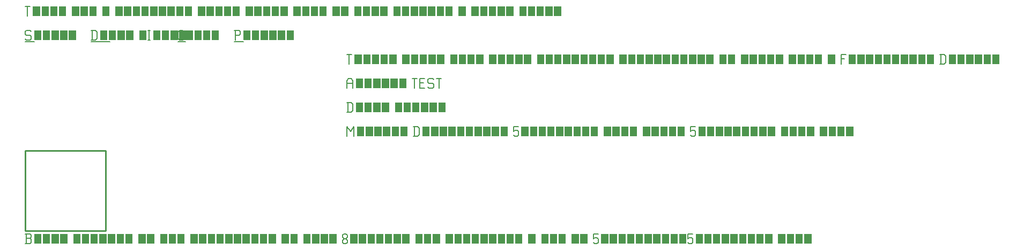
<source format=gbr>
G04 start of page 2 for group -1 layer_idx 268435461 *
G04 Title: space (and other dangerous characters) in layer name, <virtual group> *
G04 Creator: <version>
G04 CreationDate: <date>
G04 For: TEST *
G04 Format: Gerber/RS-274X *
G04 PCB-Dimensions: 50000 50000 *
G04 PCB-Coordinate-Origin: lower left *
%MOIN*%
%FSLAX25Y25*%
%LNLOGICAL_VIRTUAL_FAB_NONE*%
%ADD13C,0.0100*%
%ADD12C,0.0001*%
%ADD11C,0.0060*%
G54D11*X3000Y125000D02*X3750Y124250D01*
X750Y125000D02*X3000D01*
X0Y124250D02*X750Y125000D01*
X0Y124250D02*Y122750D01*
X750Y122000D01*
X3000D01*
X3750Y121250D01*
Y119750D01*
X3000Y119000D02*X3750Y119750D01*
X750Y119000D02*X3000D01*
X0Y119750D02*X750Y119000D01*
G54D12*G36*
X5550Y125000D02*X10050D01*
Y119000D01*
X5550D01*
Y125000D01*
G37*
G36*
X10950D02*X15450D01*
Y119000D01*
X10950D01*
Y125000D01*
G37*
G36*
X16350D02*X20850D01*
Y119000D01*
X16350D01*
Y125000D01*
G37*
G36*
X21750D02*X26250D01*
Y119000D01*
X21750D01*
Y125000D01*
G37*
G36*
X27150D02*X31650D01*
Y119000D01*
X27150D01*
Y125000D01*
G37*
G54D11*X0Y118000D02*X5550D01*
X41750Y125000D02*Y119000D01*
X43700Y125000D02*X44750Y123950D01*
Y120050D01*
X43700Y119000D02*X44750Y120050D01*
X41000Y119000D02*X43700D01*
X41000Y125000D02*X43700D01*
G54D12*G36*
X46550D02*X51050D01*
Y119000D01*
X46550D01*
Y125000D01*
G37*
G36*
X51950D02*X56450D01*
Y119000D01*
X51950D01*
Y125000D01*
G37*
G36*
X57350D02*X61850D01*
Y119000D01*
X57350D01*
Y125000D01*
G37*
G36*
X62750D02*X67250D01*
Y119000D01*
X62750D01*
Y125000D01*
G37*
G36*
X70850D02*X75350D01*
Y119000D01*
X70850D01*
Y125000D01*
G37*
G54D11*X76250D02*X77750D01*
X77000D02*Y119000D01*
X76250D02*X77750D01*
G54D12*G36*
X79550Y125000D02*X84050D01*
Y119000D01*
X79550D01*
Y125000D01*
G37*
G36*
X84950D02*X89450D01*
Y119000D01*
X84950D01*
Y125000D01*
G37*
G36*
X90350D02*X94850D01*
Y119000D01*
X90350D01*
Y125000D01*
G37*
G36*
X95750D02*X100250D01*
Y119000D01*
X95750D01*
Y125000D01*
G37*
G54D11*X41000Y118000D02*X52550D01*
X96050Y119000D02*X98000D01*
X95000Y120050D02*X96050Y119000D01*
X95000Y123950D02*Y120050D01*
Y123950D02*X96050Y125000D01*
X98000D01*
G54D12*G36*
X99800D02*X104300D01*
Y119000D01*
X99800D01*
Y125000D01*
G37*
G36*
X105200D02*X109700D01*
Y119000D01*
X105200D01*
Y125000D01*
G37*
G36*
X110600D02*X115100D01*
Y119000D01*
X110600D01*
Y125000D01*
G37*
G36*
X116000D02*X120500D01*
Y119000D01*
X116000D01*
Y125000D01*
G37*
G54D11*X95000Y118000D02*X99800D01*
X130750Y125000D02*Y119000D01*
X130000Y125000D02*X133000D01*
X133750Y124250D01*
Y122750D01*
X133000Y122000D02*X133750Y122750D01*
X130750Y122000D02*X133000D01*
G54D12*G36*
X135550Y125000D02*X140050D01*
Y119000D01*
X135550D01*
Y125000D01*
G37*
G36*
X140950D02*X145450D01*
Y119000D01*
X140950D01*
Y125000D01*
G37*
G36*
X146350D02*X150850D01*
Y119000D01*
X146350D01*
Y125000D01*
G37*
G36*
X151750D02*X156250D01*
Y119000D01*
X151750D01*
Y125000D01*
G37*
G36*
X157150D02*X161650D01*
Y119000D01*
X157150D01*
Y125000D01*
G37*
G36*
X162550D02*X167050D01*
Y119000D01*
X162550D01*
Y125000D01*
G37*
G54D11*X130000Y118000D02*X135550D01*
X0Y140000D02*X3000D01*
X1500D02*Y134000D01*
G54D12*G36*
X4800Y140000D02*X9300D01*
Y134000D01*
X4800D01*
Y140000D01*
G37*
G36*
X10200D02*X14700D01*
Y134000D01*
X10200D01*
Y140000D01*
G37*
G36*
X15600D02*X20100D01*
Y134000D01*
X15600D01*
Y140000D01*
G37*
G36*
X21000D02*X25500D01*
Y134000D01*
X21000D01*
Y140000D01*
G37*
G36*
X29100D02*X33600D01*
Y134000D01*
X29100D01*
Y140000D01*
G37*
G36*
X34500D02*X39000D01*
Y134000D01*
X34500D01*
Y140000D01*
G37*
G36*
X39900D02*X44400D01*
Y134000D01*
X39900D01*
Y140000D01*
G37*
G36*
X48000D02*X52500D01*
Y134000D01*
X48000D01*
Y140000D01*
G37*
G36*
X56100D02*X60600D01*
Y134000D01*
X56100D01*
Y140000D01*
G37*
G36*
X61500D02*X66000D01*
Y134000D01*
X61500D01*
Y140000D01*
G37*
G36*
X66900D02*X71400D01*
Y134000D01*
X66900D01*
Y140000D01*
G37*
G36*
X72300D02*X76800D01*
Y134000D01*
X72300D01*
Y140000D01*
G37*
G36*
X77700D02*X82200D01*
Y134000D01*
X77700D01*
Y140000D01*
G37*
G36*
X83100D02*X87600D01*
Y134000D01*
X83100D01*
Y140000D01*
G37*
G36*
X88500D02*X93000D01*
Y134000D01*
X88500D01*
Y140000D01*
G37*
G36*
X93900D02*X98400D01*
Y134000D01*
X93900D01*
Y140000D01*
G37*
G36*
X99300D02*X103800D01*
Y134000D01*
X99300D01*
Y140000D01*
G37*
G36*
X107400D02*X111900D01*
Y134000D01*
X107400D01*
Y140000D01*
G37*
G36*
X112800D02*X117300D01*
Y134000D01*
X112800D01*
Y140000D01*
G37*
G36*
X118200D02*X122700D01*
Y134000D01*
X118200D01*
Y140000D01*
G37*
G36*
X123600D02*X128100D01*
Y134000D01*
X123600D01*
Y140000D01*
G37*
G36*
X129000D02*X133500D01*
Y134000D01*
X129000D01*
Y140000D01*
G37*
G36*
X137100D02*X141600D01*
Y134000D01*
X137100D01*
Y140000D01*
G37*
G36*
X142500D02*X147000D01*
Y134000D01*
X142500D01*
Y140000D01*
G37*
G36*
X147900D02*X152400D01*
Y134000D01*
X147900D01*
Y140000D01*
G37*
G36*
X153300D02*X157800D01*
Y134000D01*
X153300D01*
Y140000D01*
G37*
G36*
X158700D02*X163200D01*
Y134000D01*
X158700D01*
Y140000D01*
G37*
G36*
X166800D02*X171300D01*
Y134000D01*
X166800D01*
Y140000D01*
G37*
G36*
X172200D02*X176700D01*
Y134000D01*
X172200D01*
Y140000D01*
G37*
G36*
X177600D02*X182100D01*
Y134000D01*
X177600D01*
Y140000D01*
G37*
G36*
X183000D02*X187500D01*
Y134000D01*
X183000D01*
Y140000D01*
G37*
G36*
X191100D02*X195600D01*
Y134000D01*
X191100D01*
Y140000D01*
G37*
G36*
X196500D02*X201000D01*
Y134000D01*
X196500D01*
Y140000D01*
G37*
G36*
X204600D02*X209100D01*
Y134000D01*
X204600D01*
Y140000D01*
G37*
G36*
X210000D02*X214500D01*
Y134000D01*
X210000D01*
Y140000D01*
G37*
G36*
X215400D02*X219900D01*
Y134000D01*
X215400D01*
Y140000D01*
G37*
G36*
X220800D02*X225300D01*
Y134000D01*
X220800D01*
Y140000D01*
G37*
G36*
X228900D02*X233400D01*
Y134000D01*
X228900D01*
Y140000D01*
G37*
G36*
X234300D02*X238800D01*
Y134000D01*
X234300D01*
Y140000D01*
G37*
G36*
X239700D02*X244200D01*
Y134000D01*
X239700D01*
Y140000D01*
G37*
G36*
X245100D02*X249600D01*
Y134000D01*
X245100D01*
Y140000D01*
G37*
G36*
X250500D02*X255000D01*
Y134000D01*
X250500D01*
Y140000D01*
G37*
G36*
X255900D02*X260400D01*
Y134000D01*
X255900D01*
Y140000D01*
G37*
G36*
X261300D02*X265800D01*
Y134000D01*
X261300D01*
Y140000D01*
G37*
G36*
X269400D02*X273900D01*
Y134000D01*
X269400D01*
Y140000D01*
G37*
G36*
X277500D02*X282000D01*
Y134000D01*
X277500D01*
Y140000D01*
G37*
G36*
X282900D02*X287400D01*
Y134000D01*
X282900D01*
Y140000D01*
G37*
G36*
X288300D02*X292800D01*
Y134000D01*
X288300D01*
Y140000D01*
G37*
G36*
X293700D02*X298200D01*
Y134000D01*
X293700D01*
Y140000D01*
G37*
G36*
X299100D02*X303600D01*
Y134000D01*
X299100D01*
Y140000D01*
G37*
G36*
X307200D02*X311700D01*
Y134000D01*
X307200D01*
Y140000D01*
G37*
G36*
X312600D02*X317100D01*
Y134000D01*
X312600D01*
Y140000D01*
G37*
G36*
X318000D02*X322500D01*
Y134000D01*
X318000D01*
Y140000D01*
G37*
G36*
X323400D02*X327900D01*
Y134000D01*
X323400D01*
Y140000D01*
G37*
G36*
X328800D02*X333300D01*
Y134000D01*
X328800D01*
Y140000D01*
G37*
G54D13*X0Y50000D02*X50000D01*
X0D02*Y0D01*
X50000Y50000D02*Y0D01*
X0D02*X50000D01*
G54D11*X200000Y65000D02*Y59000D01*
Y65000D02*X202250Y62000D01*
X204500Y65000D01*
Y59000D01*
G54D12*G36*
X206300Y65000D02*X210800D01*
Y59000D01*
X206300D01*
Y65000D01*
G37*
G36*
X211700D02*X216200D01*
Y59000D01*
X211700D01*
Y65000D01*
G37*
G36*
X217100D02*X221600D01*
Y59000D01*
X217100D01*
Y65000D01*
G37*
G36*
X222500D02*X227000D01*
Y59000D01*
X222500D01*
Y65000D01*
G37*
G36*
X227900D02*X232400D01*
Y59000D01*
X227900D01*
Y65000D01*
G37*
G36*
X233300D02*X237800D01*
Y59000D01*
X233300D01*
Y65000D01*
G37*
G54D11*X242150D02*Y59000D01*
X244100Y65000D02*X245150Y63950D01*
Y60050D01*
X244100Y59000D02*X245150Y60050D01*
X241400Y59000D02*X244100D01*
X241400Y65000D02*X244100D01*
G54D12*G36*
X246950D02*X251450D01*
Y59000D01*
X246950D01*
Y65000D01*
G37*
G36*
X252350D02*X256850D01*
Y59000D01*
X252350D01*
Y65000D01*
G37*
G36*
X257750D02*X262250D01*
Y59000D01*
X257750D01*
Y65000D01*
G37*
G36*
X263150D02*X267650D01*
Y59000D01*
X263150D01*
Y65000D01*
G37*
G36*
X268550D02*X273050D01*
Y59000D01*
X268550D01*
Y65000D01*
G37*
G36*
X273950D02*X278450D01*
Y59000D01*
X273950D01*
Y65000D01*
G37*
G36*
X279350D02*X283850D01*
Y59000D01*
X279350D01*
Y65000D01*
G37*
G36*
X284750D02*X289250D01*
Y59000D01*
X284750D01*
Y65000D01*
G37*
G36*
X290150D02*X294650D01*
Y59000D01*
X290150D01*
Y65000D01*
G37*
G36*
X295550D02*X300050D01*
Y59000D01*
X295550D01*
Y65000D01*
G37*
G54D11*X303650D02*X306650D01*
X303650D02*Y62000D01*
X304400Y62750D01*
X305900D01*
X306650Y62000D01*
Y59750D01*
X305900Y59000D02*X306650Y59750D01*
X304400Y59000D02*X305900D01*
X303650Y59750D02*X304400Y59000D01*
G54D12*G36*
X308450Y65000D02*X312950D01*
Y59000D01*
X308450D01*
Y65000D01*
G37*
G36*
X313850D02*X318350D01*
Y59000D01*
X313850D01*
Y65000D01*
G37*
G36*
X319250D02*X323750D01*
Y59000D01*
X319250D01*
Y65000D01*
G37*
G36*
X324650D02*X329150D01*
Y59000D01*
X324650D01*
Y65000D01*
G37*
G36*
X330050D02*X334550D01*
Y59000D01*
X330050D01*
Y65000D01*
G37*
G36*
X335450D02*X339950D01*
Y59000D01*
X335450D01*
Y65000D01*
G37*
G36*
X340850D02*X345350D01*
Y59000D01*
X340850D01*
Y65000D01*
G37*
G36*
X346250D02*X350750D01*
Y59000D01*
X346250D01*
Y65000D01*
G37*
G36*
X351650D02*X356150D01*
Y59000D01*
X351650D01*
Y65000D01*
G37*
G36*
X359750D02*X364250D01*
Y59000D01*
X359750D01*
Y65000D01*
G37*
G36*
X365150D02*X369650D01*
Y59000D01*
X365150D01*
Y65000D01*
G37*
G36*
X370550D02*X375050D01*
Y59000D01*
X370550D01*
Y65000D01*
G37*
G36*
X375950D02*X380450D01*
Y59000D01*
X375950D01*
Y65000D01*
G37*
G36*
X384050D02*X388550D01*
Y59000D01*
X384050D01*
Y65000D01*
G37*
G36*
X389450D02*X393950D01*
Y59000D01*
X389450D01*
Y65000D01*
G37*
G36*
X394850D02*X399350D01*
Y59000D01*
X394850D01*
Y65000D01*
G37*
G36*
X400250D02*X404750D01*
Y59000D01*
X400250D01*
Y65000D01*
G37*
G36*
X405650D02*X410150D01*
Y59000D01*
X405650D01*
Y65000D01*
G37*
G54D11*X413750D02*X416750D01*
X413750D02*Y62000D01*
X414500Y62750D01*
X416000D01*
X416750Y62000D01*
Y59750D01*
X416000Y59000D02*X416750Y59750D01*
X414500Y59000D02*X416000D01*
X413750Y59750D02*X414500Y59000D01*
G54D12*G36*
X418550Y65000D02*X423050D01*
Y59000D01*
X418550D01*
Y65000D01*
G37*
G36*
X423950D02*X428450D01*
Y59000D01*
X423950D01*
Y65000D01*
G37*
G36*
X429350D02*X433850D01*
Y59000D01*
X429350D01*
Y65000D01*
G37*
G36*
X434750D02*X439250D01*
Y59000D01*
X434750D01*
Y65000D01*
G37*
G36*
X440150D02*X444650D01*
Y59000D01*
X440150D01*
Y65000D01*
G37*
G36*
X445550D02*X450050D01*
Y59000D01*
X445550D01*
Y65000D01*
G37*
G36*
X450950D02*X455450D01*
Y59000D01*
X450950D01*
Y65000D01*
G37*
G36*
X456350D02*X460850D01*
Y59000D01*
X456350D01*
Y65000D01*
G37*
G36*
X461750D02*X466250D01*
Y59000D01*
X461750D01*
Y65000D01*
G37*
G36*
X469850D02*X474350D01*
Y59000D01*
X469850D01*
Y65000D01*
G37*
G36*
X475250D02*X479750D01*
Y59000D01*
X475250D01*
Y65000D01*
G37*
G36*
X480650D02*X485150D01*
Y59000D01*
X480650D01*
Y65000D01*
G37*
G36*
X486050D02*X490550D01*
Y59000D01*
X486050D01*
Y65000D01*
G37*
G36*
X494150D02*X498650D01*
Y59000D01*
X494150D01*
Y65000D01*
G37*
G36*
X499550D02*X504050D01*
Y59000D01*
X499550D01*
Y65000D01*
G37*
G36*
X504950D02*X509450D01*
Y59000D01*
X504950D01*
Y65000D01*
G37*
G36*
X510350D02*X514850D01*
Y59000D01*
X510350D01*
Y65000D01*
G37*
G54D11*X0Y-8000D02*X3000D01*
X3750Y-7250D01*
Y-5450D02*Y-7250D01*
X3000Y-4700D02*X3750Y-5450D01*
X750Y-4700D02*X3000D01*
X750Y-2000D02*Y-8000D01*
X0Y-2000D02*X3000D01*
X3750Y-2750D01*
Y-3950D01*
X3000Y-4700D02*X3750Y-3950D01*
G54D12*G36*
X5550Y-2000D02*X10050D01*
Y-8000D01*
X5550D01*
Y-2000D01*
G37*
G36*
X10950D02*X15450D01*
Y-8000D01*
X10950D01*
Y-2000D01*
G37*
G36*
X16350D02*X20850D01*
Y-8000D01*
X16350D01*
Y-2000D01*
G37*
G36*
X21750D02*X26250D01*
Y-8000D01*
X21750D01*
Y-2000D01*
G37*
G36*
X29850D02*X34350D01*
Y-8000D01*
X29850D01*
Y-2000D01*
G37*
G36*
X35250D02*X39750D01*
Y-8000D01*
X35250D01*
Y-2000D01*
G37*
G36*
X40650D02*X45150D01*
Y-8000D01*
X40650D01*
Y-2000D01*
G37*
G36*
X46050D02*X50550D01*
Y-8000D01*
X46050D01*
Y-2000D01*
G37*
G36*
X51450D02*X55950D01*
Y-8000D01*
X51450D01*
Y-2000D01*
G37*
G36*
X56850D02*X61350D01*
Y-8000D01*
X56850D01*
Y-2000D01*
G37*
G36*
X62250D02*X66750D01*
Y-8000D01*
X62250D01*
Y-2000D01*
G37*
G36*
X70350D02*X74850D01*
Y-8000D01*
X70350D01*
Y-2000D01*
G37*
G36*
X75750D02*X80250D01*
Y-8000D01*
X75750D01*
Y-2000D01*
G37*
G36*
X83850D02*X88350D01*
Y-8000D01*
X83850D01*
Y-2000D01*
G37*
G36*
X89250D02*X93750D01*
Y-8000D01*
X89250D01*
Y-2000D01*
G37*
G36*
X94650D02*X99150D01*
Y-8000D01*
X94650D01*
Y-2000D01*
G37*
G36*
X102750D02*X107250D01*
Y-8000D01*
X102750D01*
Y-2000D01*
G37*
G36*
X108150D02*X112650D01*
Y-8000D01*
X108150D01*
Y-2000D01*
G37*
G36*
X113550D02*X118050D01*
Y-8000D01*
X113550D01*
Y-2000D01*
G37*
G36*
X118950D02*X123450D01*
Y-8000D01*
X118950D01*
Y-2000D01*
G37*
G36*
X124350D02*X128850D01*
Y-8000D01*
X124350D01*
Y-2000D01*
G37*
G36*
X129750D02*X134250D01*
Y-8000D01*
X129750D01*
Y-2000D01*
G37*
G36*
X135150D02*X139650D01*
Y-8000D01*
X135150D01*
Y-2000D01*
G37*
G36*
X140550D02*X145050D01*
Y-8000D01*
X140550D01*
Y-2000D01*
G37*
G36*
X145950D02*X150450D01*
Y-8000D01*
X145950D01*
Y-2000D01*
G37*
G36*
X151350D02*X155850D01*
Y-8000D01*
X151350D01*
Y-2000D01*
G37*
G36*
X159450D02*X163950D01*
Y-8000D01*
X159450D01*
Y-2000D01*
G37*
G36*
X164850D02*X169350D01*
Y-8000D01*
X164850D01*
Y-2000D01*
G37*
G36*
X172950D02*X177450D01*
Y-8000D01*
X172950D01*
Y-2000D01*
G37*
G36*
X178350D02*X182850D01*
Y-8000D01*
X178350D01*
Y-2000D01*
G37*
G36*
X183750D02*X188250D01*
Y-8000D01*
X183750D01*
Y-2000D01*
G37*
G36*
X189150D02*X193650D01*
Y-8000D01*
X189150D01*
Y-2000D01*
G37*
G54D11*X197250Y-7250D02*X198000Y-8000D01*
X197250Y-6050D02*Y-7250D01*
Y-6050D02*X198300Y-5000D01*
X199200D01*
X200250Y-6050D01*
Y-7250D01*
X199500Y-8000D02*X200250Y-7250D01*
X198000Y-8000D02*X199500D01*
X197250Y-3950D02*X198300Y-5000D01*
X197250Y-2750D02*Y-3950D01*
Y-2750D02*X198000Y-2000D01*
X199500D01*
X200250Y-2750D01*
Y-3950D01*
X199200Y-5000D02*X200250Y-3950D01*
G54D12*G36*
X202050Y-2000D02*X206550D01*
Y-8000D01*
X202050D01*
Y-2000D01*
G37*
G36*
X207450D02*X211950D01*
Y-8000D01*
X207450D01*
Y-2000D01*
G37*
G36*
X212850D02*X217350D01*
Y-8000D01*
X212850D01*
Y-2000D01*
G37*
G36*
X218250D02*X222750D01*
Y-8000D01*
X218250D01*
Y-2000D01*
G37*
G36*
X223650D02*X228150D01*
Y-8000D01*
X223650D01*
Y-2000D01*
G37*
G36*
X229050D02*X233550D01*
Y-8000D01*
X229050D01*
Y-2000D01*
G37*
G36*
X234450D02*X238950D01*
Y-8000D01*
X234450D01*
Y-2000D01*
G37*
G36*
X242550D02*X247050D01*
Y-8000D01*
X242550D01*
Y-2000D01*
G37*
G36*
X247950D02*X252450D01*
Y-8000D01*
X247950D01*
Y-2000D01*
G37*
G36*
X253350D02*X257850D01*
Y-8000D01*
X253350D01*
Y-2000D01*
G37*
G36*
X261450D02*X265950D01*
Y-8000D01*
X261450D01*
Y-2000D01*
G37*
G36*
X266850D02*X271350D01*
Y-8000D01*
X266850D01*
Y-2000D01*
G37*
G36*
X272250D02*X276750D01*
Y-8000D01*
X272250D01*
Y-2000D01*
G37*
G36*
X277650D02*X282150D01*
Y-8000D01*
X277650D01*
Y-2000D01*
G37*
G36*
X283050D02*X287550D01*
Y-8000D01*
X283050D01*
Y-2000D01*
G37*
G36*
X288450D02*X292950D01*
Y-8000D01*
X288450D01*
Y-2000D01*
G37*
G36*
X293850D02*X298350D01*
Y-8000D01*
X293850D01*
Y-2000D01*
G37*
G36*
X299250D02*X303750D01*
Y-8000D01*
X299250D01*
Y-2000D01*
G37*
G36*
X304650D02*X309150D01*
Y-8000D01*
X304650D01*
Y-2000D01*
G37*
G36*
X312750D02*X317250D01*
Y-8000D01*
X312750D01*
Y-2000D01*
G37*
G36*
X320850D02*X325350D01*
Y-8000D01*
X320850D01*
Y-2000D01*
G37*
G36*
X326250D02*X330750D01*
Y-8000D01*
X326250D01*
Y-2000D01*
G37*
G36*
X331650D02*X336150D01*
Y-8000D01*
X331650D01*
Y-2000D01*
G37*
G36*
X339750D02*X344250D01*
Y-8000D01*
X339750D01*
Y-2000D01*
G37*
G36*
X345150D02*X349650D01*
Y-8000D01*
X345150D01*
Y-2000D01*
G37*
G54D11*X353250D02*X356250D01*
X353250D02*Y-5000D01*
X354000Y-4250D01*
X355500D01*
X356250Y-5000D01*
Y-7250D01*
X355500Y-8000D02*X356250Y-7250D01*
X354000Y-8000D02*X355500D01*
X353250Y-7250D02*X354000Y-8000D01*
G54D12*G36*
X358050Y-2000D02*X362550D01*
Y-8000D01*
X358050D01*
Y-2000D01*
G37*
G36*
X363450D02*X367950D01*
Y-8000D01*
X363450D01*
Y-2000D01*
G37*
G36*
X368850D02*X373350D01*
Y-8000D01*
X368850D01*
Y-2000D01*
G37*
G36*
X374250D02*X378750D01*
Y-8000D01*
X374250D01*
Y-2000D01*
G37*
G36*
X379650D02*X384150D01*
Y-8000D01*
X379650D01*
Y-2000D01*
G37*
G36*
X385050D02*X389550D01*
Y-8000D01*
X385050D01*
Y-2000D01*
G37*
G36*
X390450D02*X394950D01*
Y-8000D01*
X390450D01*
Y-2000D01*
G37*
G36*
X395850D02*X400350D01*
Y-8000D01*
X395850D01*
Y-2000D01*
G37*
G36*
X401250D02*X405750D01*
Y-8000D01*
X401250D01*
Y-2000D01*
G37*
G36*
X406650D02*X411150D01*
Y-8000D01*
X406650D01*
Y-2000D01*
G37*
G54D11*X412050D02*X415050D01*
X412050D02*Y-5000D01*
X412800Y-4250D01*
X414300D01*
X415050Y-5000D01*
Y-7250D01*
X414300Y-8000D02*X415050Y-7250D01*
X412800Y-8000D02*X414300D01*
X412050Y-7250D02*X412800Y-8000D01*
G54D12*G36*
X416850Y-2000D02*X421350D01*
Y-8000D01*
X416850D01*
Y-2000D01*
G37*
G36*
X422250D02*X426750D01*
Y-8000D01*
X422250D01*
Y-2000D01*
G37*
G36*
X427650D02*X432150D01*
Y-8000D01*
X427650D01*
Y-2000D01*
G37*
G36*
X433050D02*X437550D01*
Y-8000D01*
X433050D01*
Y-2000D01*
G37*
G36*
X438450D02*X442950D01*
Y-8000D01*
X438450D01*
Y-2000D01*
G37*
G36*
X443850D02*X448350D01*
Y-8000D01*
X443850D01*
Y-2000D01*
G37*
G36*
X449250D02*X453750D01*
Y-8000D01*
X449250D01*
Y-2000D01*
G37*
G36*
X454650D02*X459150D01*
Y-8000D01*
X454650D01*
Y-2000D01*
G37*
G36*
X460050D02*X464550D01*
Y-8000D01*
X460050D01*
Y-2000D01*
G37*
G36*
X468150D02*X472650D01*
Y-8000D01*
X468150D01*
Y-2000D01*
G37*
G36*
X473550D02*X478050D01*
Y-8000D01*
X473550D01*
Y-2000D01*
G37*
G36*
X478950D02*X483450D01*
Y-8000D01*
X478950D01*
Y-2000D01*
G37*
G36*
X484350D02*X488850D01*
Y-8000D01*
X484350D01*
Y-2000D01*
G37*
G54D11*X200750Y80000D02*Y74000D01*
X202700Y80000D02*X203750Y78950D01*
Y75050D01*
X202700Y74000D02*X203750Y75050D01*
X200000Y74000D02*X202700D01*
X200000Y80000D02*X202700D01*
G54D12*G36*
X205550D02*X210050D01*
Y74000D01*
X205550D01*
Y80000D01*
G37*
G36*
X210950D02*X215450D01*
Y74000D01*
X210950D01*
Y80000D01*
G37*
G36*
X216350D02*X220850D01*
Y74000D01*
X216350D01*
Y80000D01*
G37*
G36*
X221750D02*X226250D01*
Y74000D01*
X221750D01*
Y80000D01*
G37*
G36*
X229850D02*X234350D01*
Y74000D01*
X229850D01*
Y80000D01*
G37*
G36*
X235250D02*X239750D01*
Y74000D01*
X235250D01*
Y80000D01*
G37*
G36*
X240650D02*X245150D01*
Y74000D01*
X240650D01*
Y80000D01*
G37*
G36*
X246050D02*X250550D01*
Y74000D01*
X246050D01*
Y80000D01*
G37*
G36*
X251450D02*X255950D01*
Y74000D01*
X251450D01*
Y80000D01*
G37*
G36*
X256850D02*X261350D01*
Y74000D01*
X256850D01*
Y80000D01*
G37*
G54D11*X200000Y93500D02*Y89000D01*
Y93500D02*X201050Y95000D01*
X202700D01*
X203750Y93500D01*
Y89000D01*
X200000Y92000D02*X203750D01*
G54D12*G36*
X205550Y95000D02*X210050D01*
Y89000D01*
X205550D01*
Y95000D01*
G37*
G36*
X210950D02*X215450D01*
Y89000D01*
X210950D01*
Y95000D01*
G37*
G36*
X216350D02*X220850D01*
Y89000D01*
X216350D01*
Y95000D01*
G37*
G36*
X221750D02*X226250D01*
Y89000D01*
X221750D01*
Y95000D01*
G37*
G36*
X227150D02*X231650D01*
Y89000D01*
X227150D01*
Y95000D01*
G37*
G36*
X232550D02*X237050D01*
Y89000D01*
X232550D01*
Y95000D01*
G37*
G54D11*X240650D02*X243650D01*
X242150D02*Y89000D01*
X245450Y92300D02*X247700D01*
X245450Y89000D02*X248450D01*
X245450Y95000D02*Y89000D01*
Y95000D02*X248450D01*
X253250D02*X254000Y94250D01*
X251000Y95000D02*X253250D01*
X250250Y94250D02*X251000Y95000D01*
X250250Y94250D02*Y92750D01*
X251000Y92000D01*
X253250D01*
X254000Y91250D01*
Y89750D01*
X253250Y89000D02*X254000Y89750D01*
X251000Y89000D02*X253250D01*
X250250Y89750D02*X251000Y89000D01*
X255800Y95000D02*X258800D01*
X257300D02*Y89000D01*
X200000Y110000D02*X203000D01*
X201500D02*Y104000D01*
G54D12*G36*
X204800Y110000D02*X209300D01*
Y104000D01*
X204800D01*
Y110000D01*
G37*
G36*
X210200D02*X214700D01*
Y104000D01*
X210200D01*
Y110000D01*
G37*
G36*
X215600D02*X220100D01*
Y104000D01*
X215600D01*
Y110000D01*
G37*
G36*
X221000D02*X225500D01*
Y104000D01*
X221000D01*
Y110000D01*
G37*
G36*
X226400D02*X230900D01*
Y104000D01*
X226400D01*
Y110000D01*
G37*
G36*
X234500D02*X239000D01*
Y104000D01*
X234500D01*
Y110000D01*
G37*
G36*
X239900D02*X244400D01*
Y104000D01*
X239900D01*
Y110000D01*
G37*
G36*
X245300D02*X249800D01*
Y104000D01*
X245300D01*
Y110000D01*
G37*
G36*
X250700D02*X255200D01*
Y104000D01*
X250700D01*
Y110000D01*
G37*
G36*
X256100D02*X260600D01*
Y104000D01*
X256100D01*
Y110000D01*
G37*
G36*
X264200D02*X268700D01*
Y104000D01*
X264200D01*
Y110000D01*
G37*
G36*
X269600D02*X274100D01*
Y104000D01*
X269600D01*
Y110000D01*
G37*
G36*
X275000D02*X279500D01*
Y104000D01*
X275000D01*
Y110000D01*
G37*
G36*
X280400D02*X284900D01*
Y104000D01*
X280400D01*
Y110000D01*
G37*
G36*
X288500D02*X293000D01*
Y104000D01*
X288500D01*
Y110000D01*
G37*
G36*
X293900D02*X298400D01*
Y104000D01*
X293900D01*
Y110000D01*
G37*
G36*
X299300D02*X303800D01*
Y104000D01*
X299300D01*
Y110000D01*
G37*
G36*
X304700D02*X309200D01*
Y104000D01*
X304700D01*
Y110000D01*
G37*
G36*
X310100D02*X314600D01*
Y104000D01*
X310100D01*
Y110000D01*
G37*
G36*
X318200D02*X322700D01*
Y104000D01*
X318200D01*
Y110000D01*
G37*
G36*
X323600D02*X328100D01*
Y104000D01*
X323600D01*
Y110000D01*
G37*
G36*
X329000D02*X333500D01*
Y104000D01*
X329000D01*
Y110000D01*
G37*
G36*
X334400D02*X338900D01*
Y104000D01*
X334400D01*
Y110000D01*
G37*
G36*
X339800D02*X344300D01*
Y104000D01*
X339800D01*
Y110000D01*
G37*
G36*
X345200D02*X349700D01*
Y104000D01*
X345200D01*
Y110000D01*
G37*
G36*
X350600D02*X355100D01*
Y104000D01*
X350600D01*
Y110000D01*
G37*
G36*
X356000D02*X360500D01*
Y104000D01*
X356000D01*
Y110000D01*
G37*
G36*
X361400D02*X365900D01*
Y104000D01*
X361400D01*
Y110000D01*
G37*
G36*
X369500D02*X374000D01*
Y104000D01*
X369500D01*
Y110000D01*
G37*
G36*
X374900D02*X379400D01*
Y104000D01*
X374900D01*
Y110000D01*
G37*
G36*
X380300D02*X384800D01*
Y104000D01*
X380300D01*
Y110000D01*
G37*
G36*
X385700D02*X390200D01*
Y104000D01*
X385700D01*
Y110000D01*
G37*
G36*
X391100D02*X395600D01*
Y104000D01*
X391100D01*
Y110000D01*
G37*
G36*
X396500D02*X401000D01*
Y104000D01*
X396500D01*
Y110000D01*
G37*
G36*
X401900D02*X406400D01*
Y104000D01*
X401900D01*
Y110000D01*
G37*
G36*
X407300D02*X411800D01*
Y104000D01*
X407300D01*
Y110000D01*
G37*
G36*
X412700D02*X417200D01*
Y104000D01*
X412700D01*
Y110000D01*
G37*
G36*
X418100D02*X422600D01*
Y104000D01*
X418100D01*
Y110000D01*
G37*
G36*
X423500D02*X428000D01*
Y104000D01*
X423500D01*
Y110000D01*
G37*
G36*
X431600D02*X436100D01*
Y104000D01*
X431600D01*
Y110000D01*
G37*
G36*
X437000D02*X441500D01*
Y104000D01*
X437000D01*
Y110000D01*
G37*
G36*
X445100D02*X449600D01*
Y104000D01*
X445100D01*
Y110000D01*
G37*
G36*
X450500D02*X455000D01*
Y104000D01*
X450500D01*
Y110000D01*
G37*
G36*
X455900D02*X460400D01*
Y104000D01*
X455900D01*
Y110000D01*
G37*
G36*
X461300D02*X465800D01*
Y104000D01*
X461300D01*
Y110000D01*
G37*
G36*
X466700D02*X471200D01*
Y104000D01*
X466700D01*
Y110000D01*
G37*
G36*
X474800D02*X479300D01*
Y104000D01*
X474800D01*
Y110000D01*
G37*
G36*
X480200D02*X484700D01*
Y104000D01*
X480200D01*
Y110000D01*
G37*
G36*
X485600D02*X490100D01*
Y104000D01*
X485600D01*
Y110000D01*
G37*
G36*
X491000D02*X495500D01*
Y104000D01*
X491000D01*
Y110000D01*
G37*
G36*
X499100D02*X503600D01*
Y104000D01*
X499100D01*
Y110000D01*
G37*
G54D11*X507200D02*Y104000D01*
Y110000D02*X510200D01*
X507200Y107300D02*X509450D01*
G54D12*G36*
X512000Y110000D02*X516500D01*
Y104000D01*
X512000D01*
Y110000D01*
G37*
G36*
X517400D02*X521900D01*
Y104000D01*
X517400D01*
Y110000D01*
G37*
G36*
X522800D02*X527300D01*
Y104000D01*
X522800D01*
Y110000D01*
G37*
G36*
X528200D02*X532700D01*
Y104000D01*
X528200D01*
Y110000D01*
G37*
G36*
X533600D02*X538100D01*
Y104000D01*
X533600D01*
Y110000D01*
G37*
G36*
X539000D02*X543500D01*
Y104000D01*
X539000D01*
Y110000D01*
G37*
G36*
X544400D02*X548900D01*
Y104000D01*
X544400D01*
Y110000D01*
G37*
G36*
X549800D02*X554300D01*
Y104000D01*
X549800D01*
Y110000D01*
G37*
G36*
X555200D02*X559700D01*
Y104000D01*
X555200D01*
Y110000D01*
G37*
G36*
X560600D02*X565100D01*
Y104000D01*
X560600D01*
Y110000D01*
G37*
G54D11*X569450D02*Y104000D01*
X571400Y110000D02*X572450Y108950D01*
Y105050D01*
X571400Y104000D02*X572450Y105050D01*
X568700Y104000D02*X571400D01*
X568700Y110000D02*X571400D01*
G54D12*G36*
X574250D02*X578750D01*
Y104000D01*
X574250D01*
Y110000D01*
G37*
G36*
X579650D02*X584150D01*
Y104000D01*
X579650D01*
Y110000D01*
G37*
G36*
X585050D02*X589550D01*
Y104000D01*
X585050D01*
Y110000D01*
G37*
G36*
X590450D02*X594950D01*
Y104000D01*
X590450D01*
Y110000D01*
G37*
G36*
X595850D02*X600350D01*
Y104000D01*
X595850D01*
Y110000D01*
G37*
G36*
X601250D02*X605750D01*
Y104000D01*
X601250D01*
Y110000D01*
G37*
M02*

</source>
